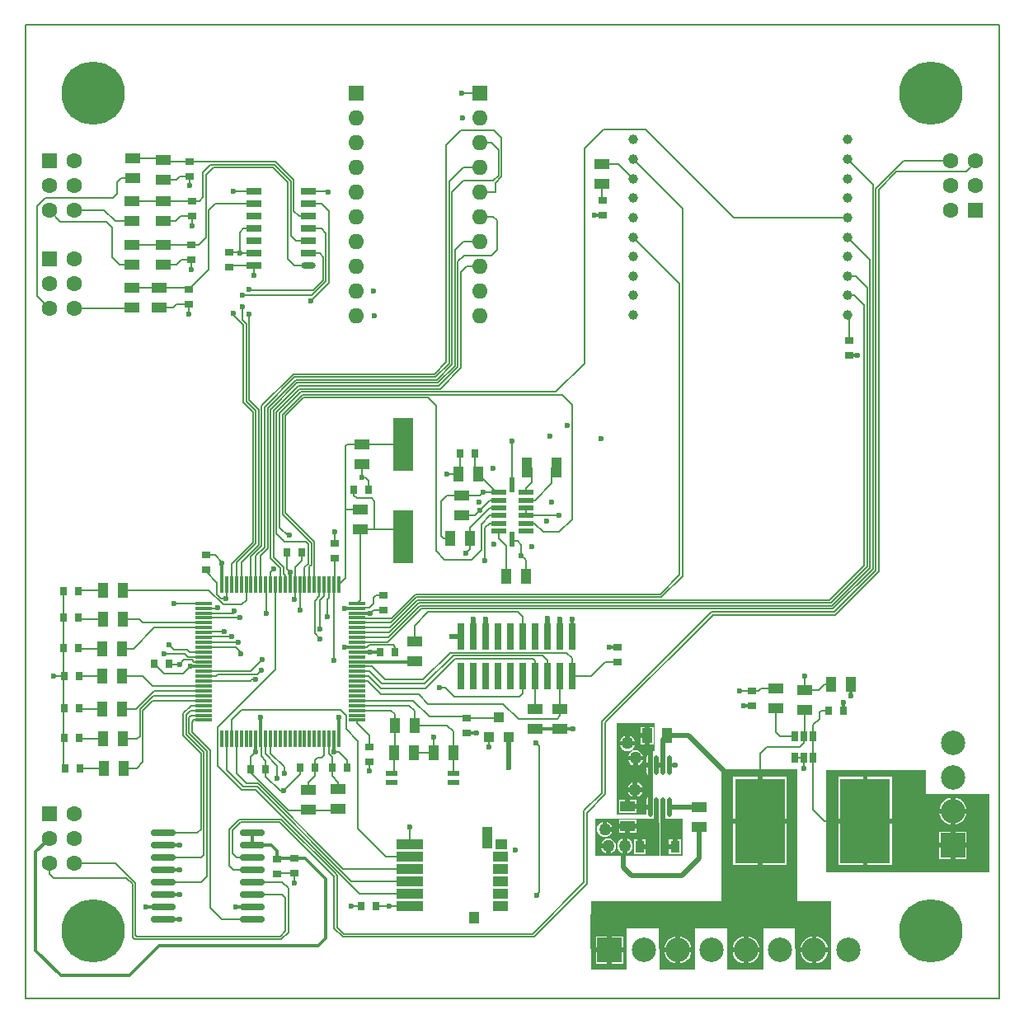
<source format=gtl>
%FSLAX25Y25*%
%MOIN*%
G70*
G01*
G75*
G04 Layer_Physical_Order=1*
G04 Layer_Color=255*
%ADD10R,0.06000X0.04000*%
%ADD11R,0.02953X0.11024*%
%ADD12R,0.04000X0.06000*%
%ADD13R,0.03201X0.02799*%
%ADD14R,0.02799X0.03201*%
%ADD15R,0.03543X0.04724*%
%ADD16O,0.10236X0.02756*%
%ADD17R,0.20472X0.34449*%
%ADD18O,0.01772X0.07874*%
%ADD19R,0.01201X0.07098*%
%ADD20R,0.01200X0.07100*%
%ADD21R,0.07100X0.01200*%
%ADD22R,0.07100X0.01200*%
%ADD23R,0.07098X0.01201*%
%ADD24R,0.02559X0.04134*%
%ADD25R,0.06000X0.02500*%
%ADD26O,0.06000X0.02500*%
%ADD27R,0.06299X0.01969*%
%ADD28R,0.01969X0.06299*%
%ADD29R,0.04724X0.02362*%
%ADD30R,0.07874X0.21654*%
%ADD31R,0.04000X0.04000*%
%ADD32R,0.04000X0.08000*%
%ADD33R,0.03937X0.09055*%
%ADD34R,0.03937X0.05118*%
%ADD35R,0.05118X0.03937*%
%ADD36R,0.05906X0.03937*%
%ADD37R,0.11024X0.03937*%
%ADD38C,0.01181*%
%ADD39C,0.01969*%
%ADD40C,0.00591*%
%ADD41C,0.00787*%
%ADD42C,0.06299*%
%ADD43R,0.06299X0.06299*%
%ADD44R,0.06300X0.06200*%
%ADD45O,0.06300X0.06200*%
%ADD46C,0.25590*%
%ADD47R,0.09843X0.09843*%
%ADD48C,0.09843*%
%ADD49C,0.03937*%
%ADD50R,0.09843X0.09843*%
%ADD51C,0.02362*%
%ADD52C,0.05000*%
G36*
X256170Y71555D02*
X256251Y71149D01*
Y57579D01*
X230512D01*
Y72835D01*
X256170D01*
Y71555D01*
D02*
G37*
G36*
X265846Y57579D02*
X256890D01*
Y72835D01*
X265846D01*
Y57579D01*
D02*
G37*
G36*
X364173Y82677D02*
X389764D01*
Y51181D01*
X323819D01*
Y92520D01*
X364173D01*
Y82677D01*
D02*
G37*
G36*
X254528Y100521D02*
Y100128D01*
X253825D01*
Y99065D01*
X253642Y98967D01*
Y94645D01*
X253611Y94488D01*
X253642Y94332D01*
Y90009D01*
X253825Y89911D01*
Y82136D01*
X253642Y82038D01*
Y77715D01*
X253611Y77559D01*
X252658D01*
Y76575D01*
X251152D01*
Y74508D01*
X251072Y74410D01*
X238976D01*
Y111319D01*
X254528D01*
Y100521D01*
D02*
G37*
G36*
X312008Y92704D02*
Y39272D01*
X325787D01*
Y30658D01*
X325886Y30619D01*
Y11614D01*
X311497D01*
X311405Y11713D01*
X311239Y28543D01*
X298327D01*
Y11614D01*
X283938D01*
X283846Y11713D01*
X283680Y28543D01*
X270768D01*
Y11614D01*
X256379D01*
X256287Y11713D01*
X256121Y28543D01*
X243209D01*
Y11614D01*
X228820D01*
X228728Y11713D01*
X228559Y28789D01*
X228450Y28900D01*
X228625Y39272D01*
X281395D01*
X281300Y92461D01*
X281653Y92815D01*
X311910D01*
X312008Y92704D01*
D02*
G37*
%LPC*%
G36*
X338583Y70866D02*
X328740D01*
Y54035D01*
X338583D01*
Y70866D01*
D02*
G37*
G36*
X350394D02*
X340551D01*
Y54035D01*
X350394D01*
Y70866D01*
D02*
G37*
G36*
X374016Y61024D02*
X369488D01*
Y56496D01*
X374016D01*
Y61024D01*
D02*
G37*
G36*
X296063Y70866D02*
X286221D01*
Y54035D01*
X296063D01*
Y70866D01*
D02*
G37*
G36*
X307874D02*
X298031D01*
Y54035D01*
X307874D01*
Y70866D01*
D02*
G37*
G36*
X250787Y64272D02*
X249410D01*
Y62303D01*
X250787D01*
Y64272D01*
D02*
G37*
G36*
X264961D02*
X263583D01*
Y61319D01*
X262598D01*
Y60335D01*
X260236D01*
Y58366D01*
X264961D01*
Y64272D01*
D02*
G37*
G36*
X234646Y60630D02*
X232692D01*
X232930Y60056D01*
X233426Y59410D01*
X234071Y58915D01*
X234646Y58677D01*
Y60630D01*
D02*
G37*
G36*
X235630Y64731D02*
X234823Y64625D01*
X234071Y64314D01*
X233426Y63818D01*
X232930Y63173D01*
X232692Y62598D01*
X235630D01*
Y61614D01*
X236614D01*
Y58677D01*
X237189Y58915D01*
X237834Y59410D01*
X238330Y60056D01*
X238641Y60807D01*
X238747Y61614D01*
X238641Y62421D01*
X238330Y63173D01*
X237834Y63818D01*
X237189Y64314D01*
X236437Y64625D01*
X235630Y64731D01*
D02*
G37*
G36*
X247441Y64272D02*
X246063D01*
Y58366D01*
X250787D01*
Y60335D01*
X248425D01*
Y61319D01*
X247441D01*
Y64272D01*
D02*
G37*
G36*
X380512Y61024D02*
X375984D01*
Y56496D01*
X380512D01*
Y61024D01*
D02*
G37*
G36*
X243406Y64650D02*
Y61713D01*
Y58775D01*
X243980Y59013D01*
X244625Y59508D01*
X245121Y60154D01*
X245432Y60906D01*
X245538Y61713D01*
X245432Y62519D01*
X245121Y63271D01*
X244625Y63917D01*
X243980Y64412D01*
X243406Y64650D01*
D02*
G37*
G36*
X241437D02*
X240863Y64412D01*
X240217Y63917D01*
X239722Y63271D01*
X239410Y62519D01*
X239304Y61713D01*
X239410Y60906D01*
X239722Y60154D01*
X240217Y59508D01*
X240863Y59013D01*
X241437Y58775D01*
Y61713D01*
Y64650D01*
D02*
G37*
G36*
X296768Y18701D02*
X292323D01*
Y14255D01*
X292777Y14315D01*
X294118Y14871D01*
X295270Y15754D01*
X296153Y16905D01*
X296708Y18246D01*
X296768Y18701D01*
D02*
G37*
G36*
X290354D02*
X285909D01*
X285969Y18246D01*
X286524Y16905D01*
X287407Y15754D01*
X288559Y14871D01*
X289900Y14315D01*
X290354Y14255D01*
Y18701D01*
D02*
G37*
G36*
X324327D02*
X319882D01*
Y14255D01*
X320337Y14315D01*
X321677Y14871D01*
X322829Y15754D01*
X323712Y16905D01*
X324268Y18246D01*
X324327Y18701D01*
D02*
G37*
G36*
X317913D02*
X313468D01*
X313528Y18246D01*
X314083Y16905D01*
X314967Y15754D01*
X316118Y14871D01*
X317459Y14315D01*
X317913Y14255D01*
Y18701D01*
D02*
G37*
G36*
X241732D02*
X237205D01*
Y14173D01*
X241732D01*
Y18701D01*
D02*
G37*
G36*
X235236D02*
X230709D01*
Y14173D01*
X235236D01*
Y18701D01*
D02*
G37*
G36*
X269209D02*
X264764D01*
Y14255D01*
X265218Y14315D01*
X266559Y14871D01*
X267711Y15754D01*
X268594Y16905D01*
X269149Y18246D01*
X269209Y18701D01*
D02*
G37*
G36*
X262795D02*
X258350D01*
X258410Y18246D01*
X258965Y16905D01*
X259848Y15754D01*
X261000Y14871D01*
X262341Y14315D01*
X262795Y14255D01*
Y18701D01*
D02*
G37*
G36*
X292323Y25115D02*
Y20669D01*
X296768D01*
X296708Y21124D01*
X296153Y22465D01*
X295270Y23616D01*
X294118Y24500D01*
X292777Y25055D01*
X292323Y25115D01*
D02*
G37*
G36*
X290354D02*
X289900Y25055D01*
X288559Y24500D01*
X287407Y23616D01*
X286524Y22465D01*
X285969Y21124D01*
X285909Y20669D01*
X290354D01*
Y25115D01*
D02*
G37*
G36*
X319882D02*
Y20669D01*
X324327D01*
X324268Y21124D01*
X323712Y22465D01*
X322829Y23616D01*
X321677Y24500D01*
X320337Y25055D01*
X319882Y25115D01*
D02*
G37*
G36*
X317913D02*
X317459Y25055D01*
X316118Y24500D01*
X314967Y23616D01*
X314083Y22465D01*
X313528Y21124D01*
X313468Y20669D01*
X317913D01*
Y25115D01*
D02*
G37*
G36*
X241732Y25197D02*
X237205D01*
Y20669D01*
X241732D01*
Y25197D01*
D02*
G37*
G36*
X235236D02*
X230709D01*
Y20669D01*
X235236D01*
Y25197D01*
D02*
G37*
G36*
X264764Y25115D02*
Y20669D01*
X269209D01*
X269149Y21124D01*
X268594Y22465D01*
X267711Y23616D01*
X266559Y24500D01*
X265218Y25055D01*
X264764Y25115D01*
D02*
G37*
G36*
X262795D02*
X262341Y25055D01*
X261000Y24500D01*
X259848Y23616D01*
X258965Y22465D01*
X258410Y21124D01*
X258350Y20669D01*
X262795D01*
Y25115D01*
D02*
G37*
G36*
X261614Y64272D02*
X260236D01*
Y62303D01*
X261614D01*
Y64272D01*
D02*
G37*
G36*
X251673Y93504D02*
X251152D01*
Y91437D01*
X251267Y90861D01*
X251593Y90373D01*
X251673Y90319D01*
Y93504D01*
D02*
G37*
G36*
X247539Y87485D02*
Y85532D01*
X249493D01*
X249255Y86106D01*
X248759Y86752D01*
X248114Y87247D01*
X247539Y87485D01*
D02*
G37*
G36*
X249591Y96260D02*
X247638D01*
Y94307D01*
X248212Y94545D01*
X248858Y95040D01*
X249353Y95685D01*
X249591Y96260D01*
D02*
G37*
G36*
X245669D02*
X243716D01*
X243954Y95685D01*
X244449Y95040D01*
X245095Y94545D01*
X245669Y94307D01*
Y96260D01*
D02*
G37*
G36*
X245571Y83563D02*
X243618D01*
X243856Y82989D01*
X244351Y82343D01*
X244997Y81848D01*
X245571Y81610D01*
Y83563D01*
D02*
G37*
G36*
X247094Y80311D02*
X244488D01*
Y78705D01*
X247094D01*
Y80311D01*
D02*
G37*
G36*
X245571Y87485D02*
X244997Y87247D01*
X244351Y86752D01*
X243856Y86106D01*
X243618Y85532D01*
X245571D01*
Y87485D01*
D02*
G37*
G36*
X249493Y83563D02*
X247539D01*
Y81610D01*
X248114Y81848D01*
X248759Y82343D01*
X249255Y82989D01*
X249493Y83563D01*
D02*
G37*
G36*
X242421Y106185D02*
X241847Y105948D01*
X241201Y105452D01*
X240706Y104807D01*
X240468Y104232D01*
X242421D01*
Y106185D01*
D02*
G37*
G36*
X254004Y109890D02*
X252397D01*
Y106299D01*
Y102709D01*
X254004D01*
Y109890D01*
D02*
G37*
G36*
X250429D02*
X248823D01*
Y107283D01*
X250429D01*
Y109890D01*
D02*
G37*
G36*
X244390Y106185D02*
Y104232D01*
X246343D01*
X246105Y104807D01*
X245610Y105452D01*
X244964Y105948D01*
X244390Y106185D01*
D02*
G37*
G36*
X246654Y100361D02*
X245847Y100255D01*
X245095Y99944D01*
X244449Y99448D01*
X243954Y98803D01*
X243716Y98228D01*
X249591D01*
X249353Y98803D01*
X248858Y99448D01*
X248212Y99944D01*
X247460Y100255D01*
X246654Y100361D01*
D02*
G37*
G36*
X251673Y98657D02*
X251593Y98604D01*
X251267Y98115D01*
X251152Y97539D01*
Y95472D01*
X251673D01*
Y98657D01*
D02*
G37*
G36*
X250429Y105315D02*
X248823D01*
Y102709D01*
X250429D01*
Y105315D01*
D02*
G37*
G36*
X246343Y102264D02*
X240468D01*
X240706Y101689D01*
X241201Y101044D01*
X241847Y100548D01*
X242599Y100237D01*
X243406Y100131D01*
X244212Y100237D01*
X244964Y100548D01*
X245610Y101044D01*
X246105Y101689D01*
X246343Y102264D01*
D02*
G37*
G36*
X251673Y81728D02*
X251593Y81675D01*
X251267Y81186D01*
X251152Y80610D01*
Y78543D01*
X251673D01*
Y81728D01*
D02*
G37*
G36*
X235236Y71441D02*
Y69488D01*
X237190D01*
X236952Y70063D01*
X236456Y70708D01*
X235811Y71204D01*
X235236Y71441D01*
D02*
G37*
G36*
X247094Y68736D02*
X244488D01*
Y67130D01*
X247094D01*
Y68736D01*
D02*
G37*
G36*
X380430Y74803D02*
X375984D01*
Y70358D01*
X376439Y70417D01*
X377780Y70973D01*
X378931Y71856D01*
X379815Y73008D01*
X380370Y74348D01*
X380430Y74803D01*
D02*
G37*
G36*
X374016D02*
X369570D01*
X369630Y74348D01*
X370185Y73008D01*
X371069Y71856D01*
X372220Y70973D01*
X373561Y70417D01*
X374016Y70358D01*
Y74803D01*
D02*
G37*
G36*
X380512Y67520D02*
X375984D01*
Y62992D01*
X380512D01*
Y67520D01*
D02*
G37*
G36*
X374016D02*
X369488D01*
Y62992D01*
X374016D01*
Y67520D01*
D02*
G37*
G36*
X242520Y68736D02*
X239913D01*
Y67130D01*
X242520D01*
Y68736D01*
D02*
G37*
G36*
X233268Y71441D02*
X232693Y71204D01*
X232048Y70708D01*
X231552Y70063D01*
X231241Y69311D01*
X231135Y68504D01*
X231241Y67697D01*
X231552Y66945D01*
X232048Y66300D01*
X232693Y65804D01*
X233445Y65493D01*
X234252Y65387D01*
X235059Y65493D01*
X235811Y65804D01*
X236456Y66300D01*
X236952Y66945D01*
X237190Y67520D01*
X234252D01*
Y68504D01*
X233268D01*
Y71441D01*
D02*
G37*
G36*
X242520Y80311D02*
X239913D01*
Y75130D01*
X247094D01*
Y76736D01*
X243504D01*
Y77721D01*
X242520D01*
Y80311D01*
D02*
G37*
G36*
X350394Y89665D02*
X340551D01*
Y72835D01*
X350394D01*
Y89665D01*
D02*
G37*
G36*
X375984Y81217D02*
Y76772D01*
X380430D01*
X380370Y77226D01*
X379815Y78567D01*
X378931Y79719D01*
X377780Y80602D01*
X376439Y81157D01*
X375984Y81217D01*
D02*
G37*
G36*
X374016D02*
X373561Y81157D01*
X372220Y80602D01*
X371069Y79719D01*
X370185Y78567D01*
X369630Y77226D01*
X369570Y76772D01*
X374016D01*
Y81217D01*
D02*
G37*
G36*
X296063Y89665D02*
X286221D01*
Y72835D01*
X296063D01*
Y89665D01*
D02*
G37*
G36*
X247094Y72311D02*
X239913D01*
Y70705D01*
X247094D01*
Y72311D01*
D02*
G37*
G36*
X338583Y89665D02*
X328740D01*
Y72835D01*
X338583D01*
Y89665D01*
D02*
G37*
G36*
X307874D02*
X298031D01*
Y72835D01*
X307874D01*
Y89665D01*
D02*
G37*
%LPD*%
D10*
X157283Y136354D02*
D03*
Y144354D02*
D03*
X206201Y108992D02*
D03*
Y116992D02*
D03*
X216142Y108992D02*
D03*
Y116992D02*
D03*
X135531Y197898D02*
D03*
Y189898D02*
D03*
X135925Y216079D02*
D03*
Y224079D02*
D03*
X176279Y203410D02*
D03*
Y195410D02*
D03*
X126476Y84610D02*
D03*
Y76610D02*
D03*
X114567Y84413D02*
D03*
Y76413D02*
D03*
X303346Y125260D02*
D03*
Y117260D02*
D03*
X243504Y77721D02*
D03*
Y69721D02*
D03*
X272343Y69524D02*
D03*
Y77524D02*
D03*
X233071Y329366D02*
D03*
Y337366D02*
D03*
X54233Y279303D02*
D03*
Y287303D02*
D03*
X43012D02*
D03*
Y279303D02*
D03*
X55610Y296590D02*
D03*
Y304591D02*
D03*
X43012Y304787D02*
D03*
Y296788D02*
D03*
X55610Y314307D02*
D03*
Y322307D02*
D03*
X43012Y322307D02*
D03*
Y314307D02*
D03*
X55807Y331039D02*
D03*
Y339039D02*
D03*
X43307Y339630D02*
D03*
Y331630D02*
D03*
X315158Y124866D02*
D03*
Y116866D02*
D03*
D11*
X176122Y130287D02*
D03*
Y146287D02*
D03*
X181122Y130287D02*
D03*
Y146287D02*
D03*
X186122Y130287D02*
D03*
Y146287D02*
D03*
X191122Y130287D02*
D03*
Y146287D02*
D03*
X196122Y130287D02*
D03*
Y146287D02*
D03*
X201122Y130287D02*
D03*
Y146287D02*
D03*
X206122Y130287D02*
D03*
Y146287D02*
D03*
X211122Y130287D02*
D03*
Y146287D02*
D03*
X216122Y130287D02*
D03*
Y146287D02*
D03*
X221122Y130287D02*
D03*
Y146287D02*
D03*
D12*
X149248Y110531D02*
D03*
X157248D02*
D03*
X156953Y99409D02*
D03*
X148953D02*
D03*
X165094Y99508D02*
D03*
X173094D02*
D03*
X183232Y212008D02*
D03*
X175232D02*
D03*
X171689Y186221D02*
D03*
X179689D02*
D03*
X202327Y170866D02*
D03*
X194327D02*
D03*
X333823Y127067D02*
D03*
X325823D02*
D03*
X251413Y106299D02*
D03*
X259413D02*
D03*
X31630Y93209D02*
D03*
X39630D02*
D03*
X31433Y105118D02*
D03*
X39433D02*
D03*
X31138Y117225D02*
D03*
X39138D02*
D03*
X31138Y130413D02*
D03*
X39138D02*
D03*
X31236Y141535D02*
D03*
X39236D02*
D03*
X31433Y153347D02*
D03*
X39433D02*
D03*
X31433Y165059D02*
D03*
X39433D02*
D03*
D13*
X139173Y95720D02*
D03*
Y101720D02*
D03*
X144783Y157138D02*
D03*
Y163138D02*
D03*
X239468Y135976D02*
D03*
Y141976D02*
D03*
X178543Y107335D02*
D03*
Y113335D02*
D03*
X293602Y124260D02*
D03*
Y118260D02*
D03*
X101870Y56543D02*
D03*
Y50543D02*
D03*
X108661Y56642D02*
D03*
Y50642D02*
D03*
X72933Y179280D02*
D03*
Y173280D02*
D03*
X332973Y265992D02*
D03*
Y259992D02*
D03*
X233465Y316587D02*
D03*
Y322587D02*
D03*
X82284Y295819D02*
D03*
Y301819D02*
D03*
X66142Y286697D02*
D03*
Y280697D02*
D03*
X67126Y304771D02*
D03*
Y298772D02*
D03*
X67520Y322390D02*
D03*
Y316390D02*
D03*
X66535Y338531D02*
D03*
Y332531D02*
D03*
X125000Y184004D02*
D03*
Y178004D02*
D03*
D14*
X130067Y93504D02*
D03*
X124067D02*
D03*
X117173Y93307D02*
D03*
X111173D02*
D03*
X105661Y180315D02*
D03*
X111661D02*
D03*
X132827Y205709D02*
D03*
X138827D02*
D03*
X175642Y220276D02*
D03*
X181642D02*
D03*
X143457Y140059D02*
D03*
X149457D02*
D03*
X91193Y92717D02*
D03*
X97193D02*
D03*
X141779Y37303D02*
D03*
X135780D02*
D03*
X52118Y135433D02*
D03*
X58118D02*
D03*
X16193Y93209D02*
D03*
X22193D02*
D03*
X15898Y105512D02*
D03*
X21898D02*
D03*
X15799Y117323D02*
D03*
X21799D02*
D03*
X15701Y130413D02*
D03*
X21701D02*
D03*
X15504Y141732D02*
D03*
X21504D02*
D03*
X15504Y153937D02*
D03*
X21504D02*
D03*
X324854Y116437D02*
D03*
X330854D02*
D03*
X15307Y164862D02*
D03*
X21307D02*
D03*
D15*
X248425Y61319D02*
D03*
X262598D02*
D03*
D16*
X91831Y32106D02*
D03*
Y37106D02*
D03*
Y42106D02*
D03*
Y47106D02*
D03*
Y52106D02*
D03*
Y57106D02*
D03*
Y62106D02*
D03*
Y67106D02*
D03*
X55610Y32106D02*
D03*
Y37106D02*
D03*
Y42106D02*
D03*
Y47106D02*
D03*
Y52106D02*
D03*
Y57106D02*
D03*
Y62106D02*
D03*
Y67106D02*
D03*
D17*
X297047Y71851D02*
D03*
X339567D02*
D03*
D18*
X252658Y77559D02*
D03*
X255217D02*
D03*
X257775D02*
D03*
X260335D02*
D03*
X252658Y94488D02*
D03*
X255217D02*
D03*
X257775D02*
D03*
X260335D02*
D03*
D19*
X81398Y105118D02*
D03*
X79429D02*
D03*
D20*
X83366D02*
D03*
X85335D02*
D03*
X87303D02*
D03*
X89272D02*
D03*
X91240D02*
D03*
X93209D02*
D03*
X95177D02*
D03*
X97146D02*
D03*
X99114D02*
D03*
X101083D02*
D03*
X103051D02*
D03*
X105020D02*
D03*
X106988D02*
D03*
X108957D02*
D03*
X110925D02*
D03*
X112894D02*
D03*
X114862D02*
D03*
X116831D02*
D03*
X118799D02*
D03*
X120768D02*
D03*
X122736D02*
D03*
X124705D02*
D03*
X126673D02*
D03*
X81398Y167323D02*
D03*
X83366D02*
D03*
X85335D02*
D03*
X87303D02*
D03*
X89272D02*
D03*
X79429D02*
D03*
X91240D02*
D03*
X93209D02*
D03*
X95177D02*
D03*
X97146D02*
D03*
X103051D02*
D03*
X105020D02*
D03*
X106988D02*
D03*
X108957D02*
D03*
X110925D02*
D03*
X112894D02*
D03*
X114862D02*
D03*
X116831D02*
D03*
X118799D02*
D03*
X120768D02*
D03*
X122736D02*
D03*
X124705D02*
D03*
X126673D02*
D03*
X99114Y167323D02*
D03*
X101083D02*
D03*
D21*
X134153Y114567D02*
D03*
Y112599D02*
D03*
Y116535D02*
D03*
Y118504D02*
D03*
Y120473D02*
D03*
X71949Y151969D02*
D03*
Y153937D02*
D03*
Y155905D02*
D03*
Y157874D02*
D03*
D22*
X134153Y122441D02*
D03*
Y124409D02*
D03*
Y126378D02*
D03*
Y128347D02*
D03*
Y130315D02*
D03*
Y132283D02*
D03*
Y134252D02*
D03*
Y136221D02*
D03*
Y138189D02*
D03*
Y140157D02*
D03*
Y142126D02*
D03*
Y144095D02*
D03*
Y146063D02*
D03*
Y148031D02*
D03*
Y150000D02*
D03*
Y151969D02*
D03*
Y153937D02*
D03*
Y155905D02*
D03*
Y157874D02*
D03*
Y159843D02*
D03*
X71949Y112599D02*
D03*
Y116535D02*
D03*
Y118504D02*
D03*
Y122441D02*
D03*
Y124409D02*
D03*
Y126378D02*
D03*
Y128347D02*
D03*
Y130315D02*
D03*
Y132283D02*
D03*
Y134252D02*
D03*
Y136221D02*
D03*
Y138189D02*
D03*
Y140157D02*
D03*
Y142126D02*
D03*
Y144095D02*
D03*
Y146063D02*
D03*
Y148031D02*
D03*
Y150000D02*
D03*
Y120472D02*
D03*
Y114567D02*
D03*
D23*
Y159843D02*
D03*
D24*
X311024Y97342D02*
D03*
X314764D02*
D03*
X318504D02*
D03*
Y106201D02*
D03*
X314764D02*
D03*
X311024D02*
D03*
D25*
X114272Y301260D02*
D03*
Y306260D02*
D03*
X92272Y296260D02*
D03*
Y301260D02*
D03*
Y306260D02*
D03*
Y311260D02*
D03*
Y316260D02*
D03*
Y321260D02*
D03*
Y326260D02*
D03*
X114272D02*
D03*
Y321260D02*
D03*
Y316260D02*
D03*
Y311260D02*
D03*
D26*
Y296260D02*
D03*
D27*
X202362Y195275D02*
D03*
Y192126D02*
D03*
Y188976D02*
D03*
Y198425D02*
D03*
Y201575D02*
D03*
Y204725D02*
D03*
X191339D02*
D03*
Y201575D02*
D03*
Y198425D02*
D03*
Y188976D02*
D03*
Y192126D02*
D03*
Y195275D02*
D03*
D28*
X196850Y207874D02*
D03*
Y185827D02*
D03*
D29*
X172933Y87402D02*
D03*
Y90945D02*
D03*
X148130D02*
D03*
Y87402D02*
D03*
D30*
X152657Y186811D02*
D03*
Y224213D02*
D03*
D31*
X187276Y105610D02*
D03*
X191276Y113610D02*
D03*
X195276Y105610D02*
D03*
D32*
X214858Y214665D02*
D03*
X202858D02*
D03*
D33*
X186811Y65059D02*
D03*
D34*
X181299Y32874D02*
D03*
D35*
X192520Y62500D02*
D03*
D36*
X192126Y57500D02*
D03*
Y52500D02*
D03*
Y47500D02*
D03*
Y42500D02*
D03*
Y37500D02*
D03*
D37*
X155315D02*
D03*
Y42500D02*
D03*
Y47500D02*
D03*
Y52500D02*
D03*
Y57500D02*
D03*
Y62500D02*
D03*
D38*
X221421Y108992D02*
X221457Y108957D01*
X216142Y108992D02*
X221421D01*
X206201D02*
X216142D01*
X221063Y153543D02*
X221122Y153484D01*
Y146287D02*
Y153484D01*
X143358Y140157D02*
X143457Y140059D01*
X139385Y140157D02*
X143358D01*
X134153Y136221D02*
X157346D01*
X134153Y140157D02*
X139385D01*
X236187Y141976D02*
X237200D01*
X237200Y141976D01*
X239468D01*
X93209Y99888D02*
Y105118D01*
X95177D02*
Y113856D01*
X124705Y99888D02*
Y105118D01*
X126673D02*
Y113856D01*
X79429Y167323D02*
Y176062D01*
X106988Y167323D02*
Y172554D01*
X66718Y134252D02*
X71949D01*
X128922Y142126D02*
X134153D01*
Y155905D02*
X139385D01*
X128922Y157874D02*
X134153D01*
X55610Y32106D02*
X62410D01*
X48811Y37106D02*
X55610D01*
Y42106D02*
X62410D01*
X55610Y52106D02*
X62410D01*
X55610Y62106D02*
X62410D01*
X85031Y37106D02*
X91831D01*
X333823Y122386D02*
Y127067D01*
X231196Y316587D02*
X233465D01*
X231196Y316587D02*
X231196Y316587D01*
X230183Y316587D02*
X231196D01*
X290321Y118260D02*
X293602D01*
X330854Y116437D02*
Y119719D01*
X332973Y259992D02*
X335241D01*
X335241Y259992D01*
X336254D01*
X91831Y62106D02*
Y67106D01*
X99409Y62106D02*
X101870Y59646D01*
Y56543D02*
Y59646D01*
Y56543D02*
X101968Y56642D01*
X108661D01*
X113240D01*
X121555Y48327D01*
Y24311D02*
Y48327D01*
X53937Y21260D02*
X118504D01*
X41929Y9252D02*
X53937Y21260D01*
X14370Y9252D02*
X41929D01*
X4232Y19390D02*
X14370Y9252D01*
X4232Y59350D02*
X9685Y64803D01*
X4232Y19390D02*
Y59350D01*
X118504Y21260D02*
X121555Y24311D01*
X91831Y62106D02*
X99409D01*
X260335Y94488D02*
X262894D01*
X260335Y94488D02*
X260335Y94488D01*
X178543Y107335D02*
X182232D01*
X182283Y107283D01*
D39*
X216122Y153524D02*
X216142Y153543D01*
X216122Y146287D02*
Y153524D01*
X211122Y146287D02*
Y153642D01*
X172539Y146260D02*
X172567Y146287D01*
X176122D01*
X181102Y153543D02*
X181122Y153524D01*
Y146287D02*
Y153524D01*
X186122Y146287D02*
Y153543D01*
X195276Y93504D02*
Y105610D01*
X255217Y71260D02*
Y77559D01*
X257775Y71555D02*
Y77559D01*
X260370Y77524D02*
X272343D01*
Y56693D02*
Y69524D01*
X265256Y49606D02*
X272343Y56693D01*
X245079Y49606D02*
X265256D01*
X241732Y52953D02*
X245079Y49606D01*
X241732Y52953D02*
Y57677D01*
X257775Y94488D02*
Y104661D01*
X259413Y106299D01*
X255217Y94488D02*
X257775D01*
X259413Y106299D02*
X268110D01*
X284449Y89961D01*
D40*
X201122Y146287D02*
Y154488D01*
X157283Y150787D02*
X162894Y156398D01*
X199213D01*
X201122Y154488D01*
X157283Y144354D02*
Y150787D01*
X134153Y142126D02*
X138189D01*
X138976Y142913D01*
X148622D01*
X149457Y142079D01*
Y140059D02*
Y142079D01*
X173327Y121949D02*
X199803D01*
X167323Y125591D02*
X169685D01*
X173327Y121949D01*
X199803D02*
X201122Y123268D01*
Y130287D01*
X134153Y128347D02*
X138484D01*
X143898Y122933D02*
X158957D01*
X138484Y128347D02*
X143898Y122933D01*
X158957D02*
X162697Y119193D01*
X193209D01*
X199311Y113091D01*
X214961D01*
X171653Y139890D02*
X218870D01*
X160701Y128937D02*
X171653Y139890D01*
X145374Y128937D02*
X160701D01*
X140059Y134252D02*
X145374Y128937D01*
X134153Y134252D02*
X140059D01*
X172933Y138709D02*
X209028D01*
X161488Y127264D02*
X172933Y138709D01*
X144095Y127264D02*
X161488D01*
X139075Y132283D02*
X144095Y127264D01*
X134153Y132283D02*
X139075D01*
X173622Y137528D02*
X205189D01*
X161587Y125492D02*
X173622Y137528D01*
X143701Y125492D02*
X161587D01*
X138878Y130315D02*
X143701Y125492D01*
X134153Y130315D02*
X138878D01*
X216142Y114272D02*
Y116992D01*
X214961Y113091D02*
X216142Y114272D01*
Y116992D02*
Y130268D01*
X216122Y130287D02*
X216142Y130268D01*
X206122Y117071D02*
X206201Y116992D01*
X206122Y117071D02*
Y130287D01*
Y136594D01*
X205189Y137528D02*
X206122Y136594D01*
X211122Y130287D02*
Y136614D01*
X209028Y138709D02*
X211122Y136614D01*
X234303Y135976D02*
X239468D01*
X228614Y130287D02*
X234303Y135976D01*
X221122Y130287D02*
X228614D01*
X221122D02*
Y137638D01*
X218870Y139890D02*
X221122Y137638D01*
X277362Y156398D02*
X327055D01*
X233071Y83169D02*
Y112106D01*
X277362Y156398D01*
X278051Y155118D02*
X327446D01*
X234547Y111614D02*
X278051Y155118D01*
X234547Y82579D02*
Y111614D01*
X205118Y26181D02*
X225886Y46949D01*
X128737Y26181D02*
X205118D01*
X225886Y46949D02*
Y75984D01*
X233071Y83169D01*
X205709Y25000D02*
X227067Y46358D01*
Y75098D01*
X234547Y82579D01*
X206496Y103445D02*
X207874Y102067D01*
Y43012D02*
Y102067D01*
X206594Y41732D02*
X207874Y43012D01*
X72933Y172638D02*
X77362Y168209D01*
X72933Y172638D02*
Y173280D01*
X79429Y176062D02*
Y176476D01*
X76626Y179280D02*
X79429Y176476D01*
X72933Y179280D02*
X76626D01*
X108957Y167323D02*
X109055Y167421D01*
Y174311D01*
X111661Y176917D02*
Y180315D01*
X105661Y173881D02*
X106988Y172554D01*
X105661Y173881D02*
Y180315D01*
X134153Y157874D02*
X134252Y157973D01*
X138976D01*
X140650Y159646D01*
Y162205D01*
X141583Y163138D01*
X144783D01*
X139385Y155905D02*
X140617Y157138D01*
X144783D01*
X95177Y105118D02*
X95276Y105020D01*
Y97933D02*
Y105020D01*
Y97933D02*
X97193Y96016D01*
Y92717D02*
Y96016D01*
X91193Y97872D02*
X93209Y99888D01*
X91193Y92717D02*
Y97872D01*
X63816Y131350D02*
X66718Y134252D01*
X56201Y131350D02*
X63816D01*
X187694Y195275D02*
X191339D01*
X184252Y191834D02*
X187694Y195275D01*
X184252Y181299D02*
Y191834D01*
X166043Y181004D02*
Y239764D01*
X170473Y212008D02*
X175232D01*
X190516Y204725D02*
X191339D01*
X181642Y213598D02*
X183232Y212008D01*
X181642Y213598D02*
Y220276D01*
X175232Y212008D02*
X175642Y212417D01*
Y220276D01*
X384016Y337756D02*
Y338898D01*
X380512Y334252D02*
X384016Y337756D01*
X352162Y334252D02*
X380512D01*
X344980Y327070D02*
X352162Y334252D01*
X344980Y172652D02*
Y327070D01*
X327446Y155118D02*
X344980Y172652D01*
X355138Y338898D02*
X374016D01*
X343799Y327559D02*
X355138Y338898D01*
X343799Y173142D02*
Y327559D01*
X327055Y156398D02*
X343799Y173142D01*
X82480Y68501D02*
X86519Y72539D01*
X82480Y53642D02*
Y68501D01*
Y53642D02*
X84016Y52106D01*
X91831D01*
X128248Y25000D02*
X205709D01*
X83661Y68012D02*
X87008Y71358D01*
X83661Y58858D02*
Y68012D01*
Y58858D02*
X85413Y57106D01*
X91831D01*
X101083Y132972D02*
Y167323D01*
X77854Y109744D02*
X101083Y132972D01*
X77854Y94196D02*
Y109744D01*
Y94196D02*
X87503Y84547D01*
X83366Y105118D02*
Y112697D01*
X87402Y116732D01*
X127362D01*
X85335Y91142D02*
Y105118D01*
Y91142D02*
X89567Y86910D01*
X81398Y92323D02*
Y105118D01*
Y92323D02*
X87992Y85728D01*
X9685Y50456D02*
Y54803D01*
Y50456D02*
X11320Y48820D01*
X40744D01*
X66932Y118504D02*
X71949D01*
X63779Y115351D02*
X66932Y118504D01*
X63779Y106305D02*
Y115351D01*
Y106305D02*
X70965Y99120D01*
Y68504D02*
Y99120D01*
X66634Y116535D02*
X71949D01*
X64961Y114862D02*
X66634Y116535D01*
X64961Y106794D02*
Y114862D01*
Y106794D02*
X72146Y99609D01*
Y58071D02*
Y99609D01*
X66142Y107283D02*
X73327Y100098D01*
Y49508D02*
Y100098D01*
X67323Y107773D02*
X74606Y100489D01*
X68216Y112599D02*
X71949D01*
X67323Y111705D02*
X68216Y112599D01*
X67323Y107773D02*
Y111705D01*
X79311Y32106D02*
X91831D01*
X332382Y276378D02*
X332973Y275787D01*
Y265992D02*
Y275787D01*
X226181Y256890D02*
Y343701D01*
X233760Y351279D01*
X250787D01*
X286319Y315748D01*
X332382D01*
X239898Y337366D02*
X245768Y331496D01*
X233071Y337366D02*
X239898D01*
X233071Y322980D02*
X233465Y322587D01*
X233071Y322980D02*
Y329366D01*
X134153Y153937D02*
X134252Y153839D01*
X147939D01*
X157585Y163484D01*
X256696D01*
X264567Y171355D01*
Y289075D01*
X245768Y307874D02*
X264567Y289075D01*
X134153Y151969D02*
X147739D01*
X158074Y162303D01*
X257185D01*
X265748Y170866D01*
Y319390D01*
X245768Y339370D02*
X265748Y319390D01*
X134153Y144095D02*
X146546D01*
X160031Y157579D01*
X326566D01*
X342618Y173631D01*
Y329134D01*
X332382Y339370D02*
X342618Y329134D01*
X134153Y146063D02*
X146844D01*
X159541Y158760D01*
X326077D01*
X341437Y174120D01*
Y298819D01*
X332382Y307874D02*
X341437Y298819D01*
X332382Y292126D02*
X335630D01*
X340256Y287500D01*
Y174609D02*
Y287500D01*
X134153Y148031D02*
X147143D01*
X159052Y159941D01*
X325588D01*
X340256Y174609D01*
X134153Y150000D02*
X147441D01*
X158563Y161122D01*
X325098D01*
X339075Y175098D01*
Y280315D01*
X335138Y284252D02*
X339075Y280315D01*
X332382Y284252D02*
X335138D01*
X314764Y103543D02*
Y106201D01*
X312992Y101772D02*
X314764Y103543D01*
X299902Y101772D02*
X312992D01*
X297047Y98917D02*
X299902Y101772D01*
X297047Y71851D02*
Y98917D01*
X288779Y71851D02*
X297047D01*
X315158Y106595D02*
Y116866D01*
X322933Y127067D02*
X325823D01*
X320732Y124866D02*
X322933Y127067D01*
X315158Y124866D02*
X320732D01*
X305020Y106201D02*
X311024D01*
X303346Y107874D02*
X305020Y106201D01*
X303346Y107874D02*
Y117260D01*
X297307Y125260D02*
X303346D01*
X296307Y124260D02*
X297307Y125260D01*
X293602Y124260D02*
X296307D01*
X321752Y116437D02*
X324854D01*
X320965Y115650D02*
X321752Y116437D01*
X320965Y113189D02*
Y115650D01*
X318504Y110728D02*
X320965Y113189D01*
X318504Y106201D02*
Y110728D01*
X322933Y71851D02*
X339567D01*
X318504Y76279D02*
X322933Y71851D01*
X318504Y76279D02*
Y97342D01*
Y106201D01*
X311024Y97342D02*
X314764D01*
X108465Y318406D02*
X110610Y316260D01*
X114272D01*
X67520Y322390D02*
X70323D01*
X71850Y323917D01*
Y334154D01*
X109488Y306260D02*
X114272D01*
X72613Y334916D02*
X74139Y336442D01*
X72613Y334916D02*
X72613D01*
X71850Y334154D02*
X72613Y334916D01*
X74139Y336442D02*
X74902Y337205D01*
X100591D01*
X100934Y338531D02*
X108465Y331001D01*
X66535Y338531D02*
X100934D01*
X108465Y318406D02*
Y331001D01*
X107283Y308465D02*
X109488Y306260D01*
X107283Y308465D02*
Y330512D01*
X100591Y337205D02*
X107283Y330512D01*
X67126Y304771D02*
X70126D01*
X73032Y307677D01*
Y333071D01*
X75984Y336024D01*
X100101D01*
X106102Y330023D01*
Y299016D02*
Y330023D01*
Y299016D02*
X108858Y296260D01*
X114272D01*
X66142Y286697D02*
X74213Y294768D01*
Y318799D01*
X76673Y321260D01*
X92272D01*
X43307Y339630D02*
X55217D01*
X56315Y338531D02*
X66535D01*
X55217Y339630D02*
X55807Y339039D01*
X56315Y338531D01*
X55807Y331039D02*
X60961D01*
X62453Y332531D01*
X66535D01*
X43012Y322307D02*
X67437D01*
X55610Y314307D02*
X60764D01*
X62846Y316390D01*
X67520D01*
X55610Y304591D02*
X66945D01*
X43012Y304787D02*
X55413D01*
X43012Y287303D02*
X54233D01*
X65535D01*
X55610Y296590D02*
X60961D01*
X63142Y298772D01*
X67126D01*
X54233Y279303D02*
X59716D01*
X61110Y280697D01*
X66142D01*
X19685Y279213D02*
X42921D01*
X36256Y314307D02*
X43012D01*
X31862Y318701D02*
X36256Y314307D01*
X19803Y318701D02*
X31862D01*
X37957Y296788D02*
X43012D01*
X35039Y299705D02*
X37957Y296788D01*
X35039Y299705D02*
Y311713D01*
X32579Y314173D02*
X35039Y311713D01*
X14095Y314173D02*
X32579D01*
X9685Y318583D02*
X14095Y314173D01*
X38618Y331630D02*
X43307D01*
X37205Y330217D02*
X38618Y331630D01*
X37205Y325394D02*
Y330217D01*
X35433Y323622D02*
X37205Y325394D01*
X8071Y323622D02*
X35433D01*
X4724Y320276D02*
X8071Y323622D01*
X4724Y284173D02*
Y320276D01*
Y284173D02*
X9685Y279213D01*
X67520Y312500D02*
Y316390D01*
X66142Y276870D02*
Y280697D01*
X67126Y294882D02*
Y298772D01*
X66535Y328642D02*
Y332531D01*
X124705Y167323D02*
X124705Y167323D01*
X149248Y110531D02*
Y115024D01*
X147736Y116535D02*
X149248Y115024D01*
X134153Y116535D02*
X147736D01*
X134153Y118504D02*
X155217D01*
X157248Y116472D01*
Y110531D02*
Y116472D01*
X149248Y99705D02*
Y110531D01*
X157248D02*
X170472D01*
X173094Y107910D01*
Y99508D02*
Y107910D01*
Y91106D02*
Y99508D01*
X148953Y91768D02*
Y99409D01*
X156953D02*
X164996D01*
X165094Y99508D02*
Y105870D01*
X135925Y210827D02*
Y216079D01*
X138728Y205709D02*
Y209402D01*
X137303Y210827D02*
X138728Y209402D01*
X135925Y224079D02*
X152524D01*
X149571Y189898D02*
X152657Y186811D01*
X135531Y189898D02*
X141142D01*
X149571D01*
X132827Y203492D02*
Y205709D01*
Y203492D02*
X134055Y202264D01*
X139961D01*
X141142Y201083D01*
Y189898D02*
Y201083D01*
X135531Y161221D02*
Y189898D01*
X134153Y159843D02*
X135531Y161221D01*
X126673Y167323D02*
X129429Y170079D01*
X71949Y144095D02*
X85925D01*
X87111Y139377D02*
X87704D01*
X71949Y142126D02*
X84955D01*
X87704Y139377D01*
X196850Y185827D02*
X197539Y185138D01*
X198917D01*
X200492Y183563D01*
Y179134D02*
Y183563D01*
X202362Y195275D02*
X215748D01*
X215748Y195276D01*
X202362Y195275D02*
Y198425D01*
X196850Y207874D02*
Y225394D01*
X204626Y182579D02*
X204724D01*
X189173Y214272D02*
Y214862D01*
X314764Y93209D02*
Y97342D01*
X288634Y124260D02*
X293602D01*
X101870Y88976D02*
Y94193D01*
X97146Y98917D02*
X101870Y94193D01*
X97146Y98917D02*
Y105118D01*
X315158Y124866D02*
Y130413D01*
X104627Y91043D02*
X104631Y91048D01*
X99114Y99114D02*
X104627Y93602D01*
X99114Y99114D02*
Y105118D01*
X104627Y91043D02*
Y93602D01*
X202327Y170866D02*
Y177299D01*
X200492Y179134D02*
X202327Y177299D01*
X202362Y204725D02*
Y206299D01*
X204858Y208795D01*
Y214665D01*
X212858Y208429D02*
Y214665D01*
X206004Y201575D02*
X212858Y208429D01*
X202362Y201575D02*
X206004D01*
X191339Y186024D02*
Y188976D01*
Y186024D02*
X194327Y183036D01*
Y170866D02*
Y183036D01*
X215846Y188583D02*
X221161Y193898D01*
X124606Y136909D02*
X124705Y136811D01*
X124606Y136909D02*
Y167225D01*
X124705Y167323D01*
X187598Y192126D02*
X191339D01*
X185728Y190256D02*
X187598Y192126D01*
X72244Y146358D02*
X83366D01*
X72350Y148432D02*
X80319D01*
X71949Y148031D02*
X72350Y148432D01*
X125000Y167618D02*
Y178004D01*
X124705Y167323D02*
X125000Y167618D01*
Y184004D02*
Y188583D01*
X39630Y93209D02*
X44980D01*
X47441Y95669D01*
Y116437D01*
X51476Y120472D01*
X71949D01*
X39433Y105118D02*
X45177D01*
X46260Y106201D01*
Y116926D01*
X51775Y122441D01*
X71949D01*
X39138Y117225D02*
X44888D01*
X52073Y124409D01*
X71949D01*
X39138Y130413D02*
X47343D01*
X51378Y126378D01*
X71949D01*
X39236Y141535D02*
X43602D01*
X52067Y150000D01*
X71949D01*
X39433Y153347D02*
X46063D01*
X47441Y151969D01*
X71949D01*
X134153Y111417D02*
Y112599D01*
Y111417D02*
X139173Y106398D01*
Y101720D02*
Y106398D01*
Y92236D02*
Y95720D01*
Y92236D02*
X139180Y92229D01*
X54673Y63043D02*
X55610Y62106D01*
X87992Y85728D02*
X93602D01*
X89567Y86910D02*
X94095D01*
X91193Y91481D02*
Y92717D01*
X177901Y113976D02*
X178543Y113335D01*
X163337Y113976D02*
X177901D01*
X156841Y120473D02*
X163337Y113976D01*
X134153Y120473D02*
X156841D01*
X178543Y113335D02*
X191000D01*
X191276Y113610D01*
X187276Y101744D02*
Y105610D01*
X197933Y60039D02*
X198130Y59842D01*
X91712Y301819D02*
X92272Y301260D01*
X82724Y296260D02*
X92272D01*
X82284Y295819D02*
X82724Y296260D01*
X86693Y301260D02*
X92272D01*
X82284Y301819D02*
X86134D01*
X86693Y301260D01*
Y309823D01*
X88130Y311260D01*
X92272D01*
X126083Y28836D02*
X128737Y26181D01*
X124705Y28543D02*
X128248Y25000D01*
X87503Y84547D02*
X93003D01*
X126083Y28836D02*
Y49708D01*
X124705Y28543D02*
Y49415D01*
X124409Y49711D02*
Y49800D01*
Y49711D02*
X124705Y49415D01*
X125591Y50200D02*
Y50289D01*
Y50200D02*
X126083Y49708D01*
X101968Y50642D02*
X108661D01*
Y46653D02*
Y50642D01*
X87008Y71358D02*
X102851D01*
X124409Y49800D01*
X103341Y72539D02*
X125591Y50289D01*
X86519Y72539D02*
X103341D01*
X40744Y48820D02*
X43307Y46257D01*
Y24702D02*
Y46257D01*
Y24702D02*
X43993Y24016D01*
X103543D01*
X106398Y26870D01*
Y44587D01*
X103878Y47106D02*
X106398Y44587D01*
X91831Y47106D02*
X103878D01*
X91831Y42106D02*
X103760D01*
X105217Y40650D01*
Y27359D02*
Y40650D01*
X103054Y25197D02*
X105217Y27359D01*
X45079Y25197D02*
X103054D01*
X44488Y25787D02*
X45079Y25197D01*
X44488Y25787D02*
Y46746D01*
X36431Y54803D02*
X44488Y46746D01*
X19685Y54803D02*
X36431D01*
X74606Y36811D02*
X79311Y32106D01*
X74606Y36811D02*
Y100489D01*
X55610Y47106D02*
X70925D01*
X73327Y49508D01*
X55610Y57106D02*
X71181D01*
X72146Y58071D01*
X55610Y67106D02*
X69567D01*
X70965Y68504D01*
X127362Y116732D02*
X129626Y114469D01*
X93003Y84547D02*
X135050Y42500D01*
X155315D01*
X93602Y85728D02*
X131831Y47500D01*
X155315D01*
X94095Y86910D02*
X128504Y52500D01*
X155315D01*
Y62500D02*
Y69488D01*
X114567Y84413D02*
Y87402D01*
X117173Y90008D01*
Y93307D01*
X126476Y84610D02*
Y87500D01*
X124067Y89909D02*
X126476Y87500D01*
X124067Y89909D02*
Y93504D01*
Y97602D01*
X122638Y99032D02*
X124067Y97602D01*
X122638Y99032D02*
Y105020D01*
X122736Y105118D01*
X117173Y93307D02*
Y96307D01*
X118209Y97342D01*
X119587D01*
X120768Y98524D01*
Y105118D01*
X91193Y91481D02*
X106495Y76180D01*
X126046D01*
X126476Y76610D01*
X111173Y90701D02*
Y93307D01*
X104528Y84055D02*
X111173Y90701D01*
X97193Y89815D02*
Y92717D01*
Y89815D02*
X102953Y84055D01*
X104528D01*
X130067Y93504D02*
Y96409D01*
X126589Y99888D02*
X130067Y96409D01*
X124705Y99888D02*
X126589D01*
X145689Y57500D02*
X155315D01*
X134547Y68642D02*
X145689Y57500D01*
X134547Y68642D02*
Y104134D01*
X129626Y109055D02*
X134547Y104134D01*
X129626Y109055D02*
Y114469D01*
X146949Y37500D02*
X155315D01*
X66142Y107283D02*
Y113583D01*
X67126Y114567D01*
X71949D01*
X68209Y136221D02*
X71949D01*
X67520Y136909D02*
X68209Y136221D01*
X63976Y136909D02*
X67520D01*
X62303Y135236D02*
X63976Y136909D01*
X58315Y135236D02*
X62303D01*
X58118Y135433D02*
X58315Y135236D01*
X52118Y135433D02*
X56201Y131350D01*
X131791Y37303D02*
X135780D01*
X141779D02*
X146752D01*
X146949Y37500D01*
X141181Y276142D02*
X141339Y275984D01*
X176476Y366142D02*
X183858D01*
X176476Y356004D02*
X176614Y356142D01*
X92272Y292567D02*
Y296260D01*
X22095Y153347D02*
X31433D01*
X21504Y153937D02*
X22095Y153347D01*
X21701Y141535D02*
X31236D01*
X21504Y141732D02*
X21701Y141535D01*
X21701Y130413D02*
X31138D01*
X21701Y130413D02*
X21701Y130413D01*
X21898Y117225D02*
X31138D01*
X21799Y117323D02*
X21898Y117225D01*
X22291Y105118D02*
X31433D01*
X21898Y105512D02*
X22291Y105118D01*
X22193Y93209D02*
X31630D01*
X21504Y165059D02*
X31433D01*
X21307Y164862D02*
X21504Y165059D01*
X15307Y154134D02*
Y164862D01*
Y154134D02*
X15504Y153937D01*
Y130413D02*
Y153937D01*
X11516Y130413D02*
X15504D01*
X15701D01*
X15504Y93898D02*
Y130413D01*
X56102Y139567D02*
X64370D01*
X65748Y138189D01*
X71949D01*
X58078Y143216D02*
X58172D01*
X60152Y141142D02*
X65453D01*
X66437Y140157D01*
X71949D01*
X58078Y143216D02*
X60152Y141142D01*
X108957Y161417D02*
Y167323D01*
X108858Y161319D02*
X108957Y161417D01*
X81791Y153937D02*
X81791Y153937D01*
X71949Y153937D02*
X81791D01*
X86614Y154035D02*
X86713Y153937D01*
X81791D02*
X86713D01*
X84547Y156496D02*
Y156890D01*
X83957Y155905D02*
X84547Y156496D01*
X71949Y155905D02*
X83957D01*
X81398Y162008D02*
Y167323D01*
X81102Y161713D02*
X81398Y162008D01*
X39433Y165059D02*
X74114D01*
X79131Y161713D02*
X81102D01*
X77362Y163481D02*
X79131Y161713D01*
X77362Y163481D02*
Y168209D01*
X74114Y165059D02*
X79921Y159252D01*
X77555Y157677D02*
X77858Y157980D01*
X77461Y157677D02*
X77555D01*
X77264Y157874D02*
X77461Y157677D01*
X71949Y157874D02*
X77264D01*
X71949Y157874D02*
X71949Y157874D01*
X97345Y155807D02*
Y167123D01*
X97146Y167323D02*
X97345Y167123D01*
X110925Y157087D02*
X111024Y156988D01*
X110925Y157087D02*
Y167323D01*
X177185Y336142D02*
X183858D01*
X171358Y330315D02*
X177185Y336142D01*
X183858Y346142D02*
X188406D01*
X191339Y343209D01*
Y332776D02*
Y343209D01*
X189173Y330610D02*
X191339Y332776D01*
X177067Y330610D02*
X189173D01*
X172539Y326083D02*
X177067Y330610D01*
X93209Y167323D02*
Y178934D01*
X79921Y159252D02*
X87500D01*
X89272Y161024D01*
Y167323D01*
X183858Y326142D02*
X189921D01*
Y329688D01*
X192520Y332286D01*
Y348130D01*
X189567Y351083D02*
X192520Y348130D01*
X176181Y351083D02*
X189567D01*
X170177Y345079D02*
X176181Y351083D01*
X91535Y128937D02*
X93110D01*
X90945Y128347D02*
X91535Y128937D01*
X71949Y128347D02*
X90945D01*
X91043Y132283D02*
X95866Y137106D01*
X71949Y132283D02*
X91043D01*
X93799Y131102D02*
X95472Y132776D01*
X77756Y131102D02*
X93799D01*
X76968Y130315D02*
X77756Y131102D01*
X71949Y130315D02*
X76968D01*
X177205Y306142D02*
X183858D01*
X173721Y302658D02*
X177205Y306142D01*
X99114Y178051D02*
X103051Y174114D01*
Y167323D02*
Y174114D01*
X183858Y316142D02*
X189173D01*
X190650Y314665D01*
Y302658D02*
Y314665D01*
X188484Y300492D02*
X190650Y302658D01*
X177264Y300492D02*
X188484D01*
X174902Y298130D02*
X177264Y300492D01*
X100295Y178540D02*
X104480Y174355D01*
Y171599D02*
Y174355D01*
Y171599D02*
X105020Y171060D01*
Y167323D02*
Y171060D01*
X99114Y172248D02*
X100497Y173630D01*
X99114Y167323D02*
Y172248D01*
X221161Y193898D02*
Y239961D01*
X114272Y326260D02*
X122166D01*
X122343Y326083D01*
X114272Y301260D02*
X119016D01*
X120374Y299902D01*
Y290551D02*
Y299902D01*
X116339Y286516D02*
X120374Y290551D01*
X114272Y311260D02*
X119843D01*
X121555Y309547D01*
Y290062D02*
Y309547D01*
X115745Y284252D02*
X121555Y290062D01*
X114272Y321260D02*
X119784D01*
X122736Y318307D01*
Y289573D02*
Y318307D01*
X115250Y282087D02*
X122736Y289573D01*
X90551Y286614D02*
X90650Y286516D01*
X116339D01*
X87795Y284252D02*
X115745D01*
X87697Y284350D02*
X87795Y284252D01*
X90551Y242027D02*
Y276870D01*
X95177Y179232D02*
X97933Y181988D01*
X93209Y178934D02*
X96752Y182477D01*
X91240Y178636D02*
X95571Y182966D01*
X87303Y176369D02*
X94390Y183456D01*
X87303Y167323D02*
Y176369D01*
X95177Y167323D02*
Y179232D01*
X91240Y167323D02*
Y178636D01*
X87697Y274508D02*
Y279626D01*
Y274508D02*
X89370Y272835D01*
Y241538D02*
Y272835D01*
X85532Y176268D02*
X93209Y183945D01*
X85532Y167520D02*
Y176268D01*
X85335Y167323D02*
X85532Y167520D01*
X84153Y326476D02*
X92055D01*
X92272Y326260D01*
X84153Y276381D02*
Y276969D01*
Y276381D02*
X88189Y272345D01*
Y241049D02*
Y272345D01*
X83366Y175773D02*
X92027Y184434D01*
X83366Y167323D02*
Y175773D01*
X60188Y159744D02*
X71851D01*
X71949Y159843D01*
X174902Y255413D02*
Y298130D01*
X173721Y255903D02*
Y302658D01*
X172539Y256392D02*
Y326083D01*
X171358Y256881D02*
Y330315D01*
X170177Y257370D02*
Y345079D01*
X167224Y247736D02*
X174902Y255413D01*
X166735Y248917D02*
X173721Y255903D01*
X166246Y250098D02*
X172539Y256392D01*
X178425Y296142D02*
X183858D01*
X176083Y293799D02*
X178425Y296142D01*
X176083Y254924D02*
Y293799D01*
X167714Y246555D02*
X176083Y254924D01*
X101476Y188091D02*
X104823Y184744D01*
X165268Y252461D02*
X170177Y257370D01*
X165757Y251279D02*
X171358Y256881D01*
X162894Y242913D02*
X166043Y239764D01*
X112005Y244094D02*
X217028D01*
X108375Y252461D02*
X165268D01*
X108864Y251279D02*
X165757D01*
X109353Y250098D02*
X166246D01*
X109843Y248917D02*
X166735D01*
X110332Y247736D02*
X167224D01*
X110821Y246555D02*
X167714D01*
X95571Y239657D02*
X108375Y252461D01*
X96752Y239167D02*
X108864Y251279D01*
X97933Y238678D02*
X109353Y250098D01*
X99114Y238189D02*
X109843Y248917D01*
X100295Y237700D02*
X110332Y247736D01*
X101476Y237210D02*
X110821Y246555D01*
X111516Y245276D02*
X214567D01*
X92027Y184434D02*
Y237210D01*
X88189Y241049D02*
X92027Y237210D01*
X93209Y183945D02*
Y237700D01*
X89370Y241538D02*
X93209Y237700D01*
X94390Y183456D02*
Y238189D01*
X90551Y242027D02*
X94390Y238189D01*
X95571Y182966D02*
Y239657D01*
X96752Y182477D02*
Y239167D01*
X97933Y181988D02*
Y238678D01*
X99114Y178051D02*
Y238189D01*
X100295Y178540D02*
Y237700D01*
X101476Y188091D02*
Y237210D01*
X102854Y190457D02*
Y236614D01*
X111516Y245276D01*
X217028Y244094D02*
X221161Y239961D01*
X214567Y245276D02*
X226181Y256890D01*
X109055Y174311D02*
X111661Y176917D01*
X112894Y167323D02*
Y174311D01*
X104823Y184744D02*
X113386D01*
X114469Y183661D01*
Y175886D02*
Y183661D01*
X112894Y174311D02*
X114469Y175886D01*
X102854Y190457D02*
X106008Y187303D01*
X106595D01*
X104035Y236125D02*
X112005Y244094D01*
X104035Y195765D02*
Y236125D01*
Y195765D02*
X115650Y184151D01*
Y175397D02*
Y184151D01*
X114862Y174609D02*
X115650Y175397D01*
X114862Y167323D02*
Y174609D01*
X112494Y242913D02*
X162894D01*
X105217Y235636D02*
X112494Y242913D01*
X105217Y196254D02*
Y235636D01*
Y196254D02*
X116831Y184640D01*
Y167323D02*
Y184640D01*
X260335Y77559D02*
X260370Y77524D01*
X130181Y224079D02*
X135925D01*
X129429Y223327D02*
X130181Y224079D01*
X129429Y170079D02*
Y197933D01*
Y223327D01*
X129465Y197898D02*
X135531D01*
X129429Y197933D02*
X129465Y197898D01*
X166043Y181004D02*
X169488Y177559D01*
X180512D01*
X184252Y181299D01*
X185138Y204823D02*
X190417D01*
X191240D01*
X183232Y212008D02*
X190417Y204823D01*
X190516Y204725D01*
X176279Y203410D02*
X183724D01*
X185138Y204823D01*
X176279Y195410D02*
X181630D01*
X187795Y201575D02*
X191339D01*
X181630Y195410D02*
X183661Y197441D01*
X187795Y201575D01*
X179689Y181657D02*
Y186221D01*
X177953Y179921D02*
X179689Y181657D01*
X169193Y186221D02*
X171689D01*
X168209Y187205D02*
X169193Y186221D01*
X168209Y187205D02*
Y201083D01*
X170536Y203410D01*
X176279D01*
X185728Y177165D02*
Y190256D01*
X119193Y149508D02*
Y161024D01*
X120768Y162598D01*
Y167323D01*
X121949Y154429D02*
Y161417D01*
X122736Y162205D01*
Y167323D01*
X117028Y147638D02*
X119095Y145571D01*
X117028Y147638D02*
Y160827D01*
X118799Y162599D01*
Y167323D01*
X202362Y192126D02*
X205906D01*
X209449Y188583D01*
X215846D01*
X179689Y190417D02*
X187697Y198425D01*
X179689Y186221D02*
Y190417D01*
X187697Y198425D02*
X191339D01*
D41*
X0Y0D02*
Y393701D01*
X393701D01*
Y0D02*
Y393701D01*
X0Y0D02*
X393701D01*
D42*
X19685Y54803D02*
D03*
X9685D02*
D03*
X19685Y64803D02*
D03*
X9685D02*
D03*
X19685Y74803D02*
D03*
Y279213D02*
D03*
X9685D02*
D03*
X19685Y289213D02*
D03*
X9685D02*
D03*
X19685Y299213D02*
D03*
Y318583D02*
D03*
X9685D02*
D03*
X19685Y328583D02*
D03*
X9685D02*
D03*
X19685Y338583D02*
D03*
X374016Y338898D02*
D03*
X384016D02*
D03*
X374016Y328898D02*
D03*
X384016D02*
D03*
X374016Y318898D02*
D03*
D43*
X9685Y74803D02*
D03*
Y299213D02*
D03*
Y338583D02*
D03*
X384016Y318898D02*
D03*
D44*
X183858Y366142D02*
D03*
X133858Y366142D02*
D03*
D45*
X183858Y356142D02*
D03*
Y346142D02*
D03*
Y336142D02*
D03*
Y316142D02*
D03*
Y306142D02*
D03*
Y296142D02*
D03*
Y286142D02*
D03*
Y276142D02*
D03*
Y326142D02*
D03*
X133858Y356142D02*
D03*
Y346142D02*
D03*
Y336142D02*
D03*
Y316142D02*
D03*
Y306142D02*
D03*
Y296142D02*
D03*
Y286142D02*
D03*
Y276142D02*
D03*
Y326142D02*
D03*
D46*
X27559Y366142D02*
D03*
X366142D02*
D03*
X27559Y27559D02*
D03*
X366142D02*
D03*
D47*
X375000Y62008D02*
D03*
D48*
Y75788D02*
D03*
Y89567D02*
D03*
Y103347D02*
D03*
X250000Y19685D02*
D03*
X263779D02*
D03*
X277559D02*
D03*
X291339D02*
D03*
X305118D02*
D03*
X318898D02*
D03*
X332677D02*
D03*
D49*
X245768Y347244D02*
D03*
Y339370D02*
D03*
Y331496D02*
D03*
Y323622D02*
D03*
Y315748D02*
D03*
Y307874D02*
D03*
Y300000D02*
D03*
Y292126D02*
D03*
Y284252D02*
D03*
Y276378D02*
D03*
X332382D02*
D03*
Y284252D02*
D03*
Y292126D02*
D03*
Y300000D02*
D03*
Y307874D02*
D03*
Y315748D02*
D03*
Y323622D02*
D03*
Y331496D02*
D03*
Y339370D02*
D03*
Y347244D02*
D03*
D50*
X236221Y19685D02*
D03*
D51*
X221457Y108957D02*
D03*
X221063Y153543D02*
D03*
X216142D02*
D03*
X211122Y153642D02*
D03*
X172539Y146260D02*
D03*
X181102Y153543D02*
D03*
X186122D02*
D03*
X139385Y140157D02*
D03*
X167323Y125591D02*
D03*
X195374Y93405D02*
D03*
X236187Y141976D02*
D03*
X206496Y103445D02*
D03*
X206594Y41732D02*
D03*
X170473Y212008D02*
D03*
X67520Y312500D02*
D03*
X66142Y276870D02*
D03*
X67126Y294882D02*
D03*
X66535Y328642D02*
D03*
X93209Y99888D02*
D03*
X95177Y113856D02*
D03*
X124705Y99888D02*
D03*
X126673Y113856D02*
D03*
X79429Y176062D02*
D03*
X106988Y172554D02*
D03*
X108858Y161319D02*
D03*
X66718Y134252D02*
D03*
X128922Y142126D02*
D03*
X139385Y155905D02*
D03*
X128922Y157874D02*
D03*
X62410Y32106D02*
D03*
X48811Y37106D02*
D03*
X62410Y42106D02*
D03*
Y52106D02*
D03*
Y62106D02*
D03*
X85031Y37106D02*
D03*
X333823Y122386D02*
D03*
X230183Y316587D02*
D03*
X290321Y118260D02*
D03*
X330854Y119719D02*
D03*
X336254Y259992D02*
D03*
X165094Y105870D02*
D03*
X135925Y210827D02*
D03*
X85925Y144095D02*
D03*
X87111Y139377D02*
D03*
X200492Y179134D02*
D03*
X215748Y195276D02*
D03*
X196850Y225394D02*
D03*
X204626Y182579D02*
D03*
X212598Y200689D02*
D03*
X189173Y214272D02*
D03*
X219094Y231594D02*
D03*
X314764Y93209D02*
D03*
X288634Y124260D02*
D03*
X101870Y88976D02*
D03*
X315158Y130413D02*
D03*
X104631Y91048D02*
D03*
X124705Y136811D02*
D03*
X189469Y183858D02*
D03*
X185728Y177165D02*
D03*
X83366Y146358D02*
D03*
X62303Y135236D02*
D03*
X80319Y148432D02*
D03*
X125000Y188583D02*
D03*
X139180Y92229D02*
D03*
X187276Y101744D02*
D03*
X197933Y60039D02*
D03*
X86693Y301260D02*
D03*
X108661Y46653D02*
D03*
X155315Y69488D02*
D03*
X104528Y84055D02*
D03*
X146949Y37500D02*
D03*
X131791Y37303D02*
D03*
X140827Y286142D02*
D03*
X141181Y276142D02*
D03*
X176476Y366142D02*
D03*
X176614Y356142D02*
D03*
X92272Y292567D02*
D03*
X11516Y130413D02*
D03*
X56102Y139567D02*
D03*
X58172Y143216D02*
D03*
X86614Y154035D02*
D03*
X84547Y156890D02*
D03*
X81102Y161713D02*
D03*
X77858Y157980D02*
D03*
X97345Y155807D02*
D03*
X111024Y156988D02*
D03*
X93110Y128937D02*
D03*
X95866Y137106D02*
D03*
X95472Y132776D02*
D03*
X100497Y173630D02*
D03*
X122343Y326083D02*
D03*
X87697Y284350D02*
D03*
X90551Y286614D02*
D03*
X115250Y282087D02*
D03*
X90551Y276870D02*
D03*
X87697Y279626D02*
D03*
X84153Y326476D02*
D03*
Y276969D02*
D03*
X60188Y159744D02*
D03*
X106595Y187303D02*
D03*
X185138Y204823D02*
D03*
X183366Y200886D02*
D03*
X183661Y197441D02*
D03*
X177953Y179921D02*
D03*
X119193Y149508D02*
D03*
X121949Y154429D02*
D03*
X119095Y145571D02*
D03*
X210728Y193012D02*
D03*
X262894Y94488D02*
D03*
X182283Y107283D02*
D03*
X212161Y227327D02*
D03*
X232677Y226476D02*
D03*
D52*
X246555Y84547D02*
D03*
X243406Y103248D02*
D03*
X246654Y97244D02*
D03*
X234252Y68504D02*
D03*
X235630Y61614D02*
D03*
X242421Y61713D02*
D03*
M02*

</source>
